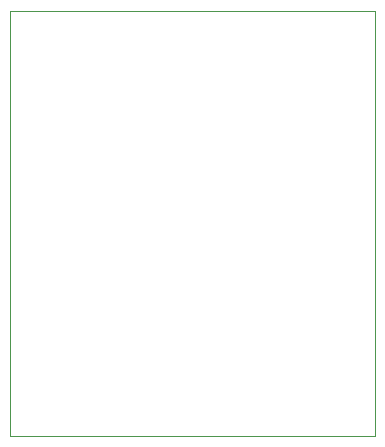
<source format=gko>
G04 #@! TF.FileFunction,Profile,NP*
%FSLAX46Y46*%
G04 Gerber Fmt 4.6, Leading zero omitted, Abs format (unit mm)*
G04 Created by KiCad (PCBNEW (2015-03-13 BZR 5510)-product) date ons  4 nov 2015 03:02:20*
%MOMM*%
G01*
G04 APERTURE LIST*
%ADD10C,0.100000*%
G04 APERTURE END LIST*
D10*
X117900000Y-85530000D02*
X117900000Y-121510000D01*
X148820000Y-85530000D02*
X117900000Y-85530000D01*
X148820000Y-121510000D02*
X148820000Y-85530000D01*
X117900000Y-121510000D02*
X148820000Y-121510000D01*
M02*

</source>
